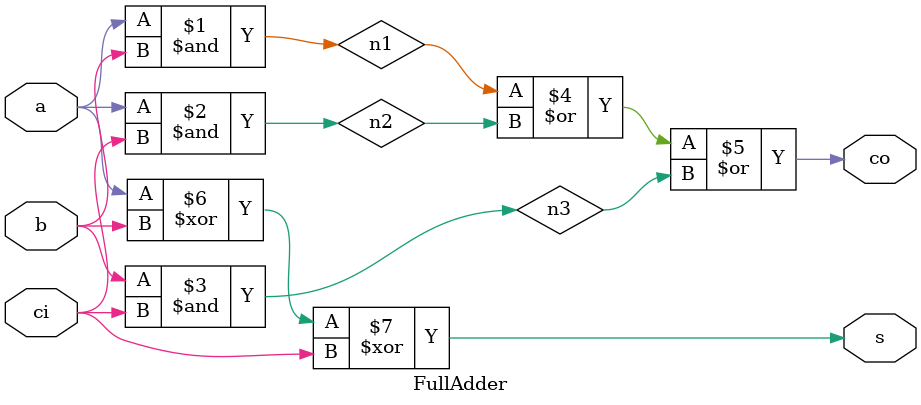
<source format=v>
`timescale 1ns / 1ps


module FullAdder(input a, input b, input ci, output s, output co);

wire n1;
wire n2;
wire n3;

and and_gate1(n1,a,b);
and and_gate2(n2,a,ci);
and and_gate3(n3,b,ci);

or or_gate(co,n1,n2,n3);

xor xor_gate(s,a,b,ci);
endmodule

</source>
